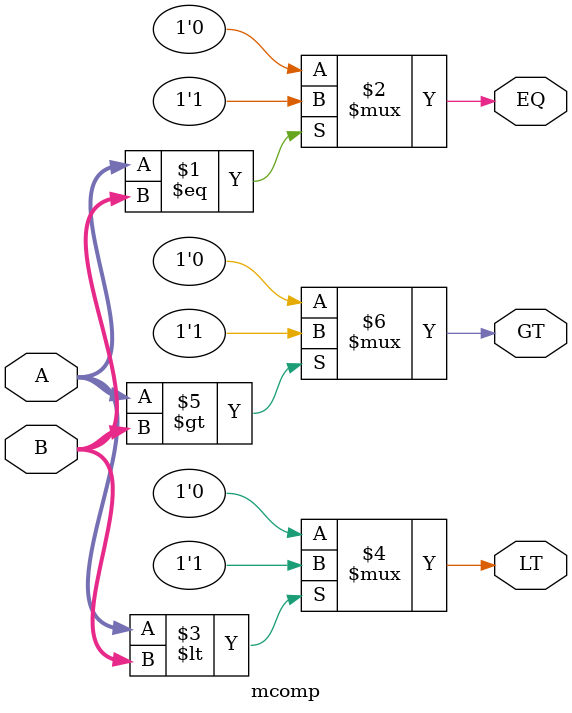
<source format=v>
module mcomp #(
  parameter WIDTH = 6
)(A, B, LT, EQ, GT);
  input [WIDTH-1:0] A;
  input [WIDTH-1:0] B;
  output LT, EQ, GT;

  assign EQ = A == B ? 1'b1 : 1'b0;
  assign LT = A < B  ? 1'b1 : 1'b0;
  assign GT = A > B  ? 1'b1 : 1'b0;

endmodule


</source>
